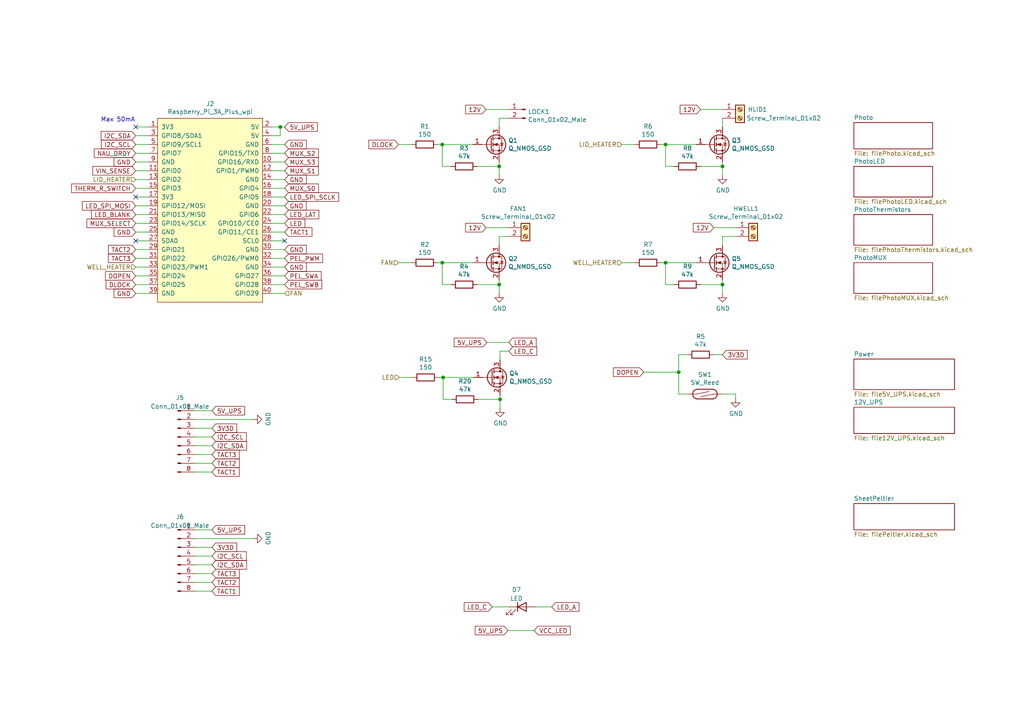
<source format=kicad_sch>
(kicad_sch (version 20211123) (generator eeschema)
  (paper "A4")
  (lib_symbols
    (symbol "Connector:Conn_01x02_Male" (pin_names (offset 1.016) hide)
      (property "Reference" "J" (at 0 2.54 0))
      (property "Value" "Conn_01x02_Male" (at 0 -5.08 0))
      (symbol "Conn_01x02_Male_1_1"
        (polyline (pts (xy 1.27 -2.54) (xy 0.8636 -2.54)) (stroke (width 0.1524)))
        (polyline (pts (xy 1.27 0) (xy 0.8636 0)) (stroke (width 0.1524)))
        (rectangle (start 0.8636 -2.413) (end 0 -2.667) (stroke (width 0.1524)) (fill (type outline)))
        (rectangle (start 0.8636 0.127) (end 0 -0.127) (stroke (width 0.1524)) (fill (type outline)))
        (pin passive line (at 5.08 0 180) (length 3.81) (name "Pin_1") (number "1"))
        (pin passive line (at 5.08 -2.54 180) (length 3.81) (name "Pin_2") (number "2"))
      )
    )
    (symbol "Connector:Conn_01x08_Male" (pin_names (offset 1.016) hide)
      (property "Reference" "J" (at 0 10.16 0))
      (property "Value" "Conn_01x08_Male" (at 0 -12.7 0))
      (symbol "Conn_01x08_Male_1_1"
        (polyline (pts (xy 1.27 -10.16) (xy 0.8636 -10.16)) (stroke (width 0.1524)))
        (polyline (pts (xy 1.27 -7.62) (xy 0.8636 -7.62)) (stroke (width 0.1524)))
        (polyline (pts (xy 1.27 -5.08) (xy 0.8636 -5.08)) (stroke (width 0.1524)))
        (polyline (pts (xy 1.27 -2.54) (xy 0.8636 -2.54)) (stroke (width 0.1524)))
        (polyline (pts (xy 1.27 0) (xy 0.8636 0)) (stroke (width 0.1524)))
        (polyline (pts (xy 1.27 2.54) (xy 0.8636 2.54)) (stroke (width 0.1524)))
        (polyline (pts (xy 1.27 5.08) (xy 0.8636 5.08)) (stroke (width 0.1524)))
        (polyline (pts (xy 1.27 7.62) (xy 0.8636 7.62)) (stroke (width 0.1524)))
        (rectangle (start 0.8636 -10.033) (end 0 -10.287) (stroke (width 0.1524)) (fill (type outline)))
        (rectangle (start 0.8636 -7.493) (end 0 -7.747) (stroke (width 0.1524)) (fill (type outline)))
        (rectangle (start 0.8636 -4.953) (end 0 -5.207) (stroke (width 0.1524)) (fill (type outline)))
        (rectangle (start 0.8636 -2.413) (end 0 -2.667) (stroke (width 0.1524)) (fill (type outline)))
        (rectangle (start 0.8636 0.127) (end 0 -0.127) (stroke (width 0.1524)) (fill (type outline)))
        (rectangle (start 0.8636 2.667) (end 0 2.413) (stroke (width 0.1524)) (fill (type outline)))
        (rectangle (start 0.8636 5.207) (end 0 4.953) (stroke (width 0.1524)) (fill (type outline)))
        (rectangle (start 0.8636 7.747) (end 0 7.493) (stroke (width 0.1524)) (fill (type outline)))
        (pin passive line (at 5.08 7.62 180) (length 3.81) (name "Pin_1") (number "1"))
        (pin passive line (at 5.08 5.08 180) (length 3.81) (name "Pin_2") (number "2"))
        (pin passive line (at 5.08 2.54 180) (length 3.81) (name "Pin_3") (number "3"))
        (pin passive line (at 5.08 0 180) (length 3.81) (name "Pin_4") (number "4"))
        (pin passive line (at 5.08 -2.54 180) (length 3.81) (name "Pin_5") (number "5"))
        (pin passive line (at 5.08 -5.08 180) (length 3.81) (name "Pin_6") (number "6"))
        (pin passive line (at 5.08 -7.62 180) (length 3.81) (name "Pin_7") (number "7"))
        (pin passive line (at 5.08 -10.16 180) (length 3.81) (name "Pin_8") (number "8"))
      )
    )
    (symbol "Connector:Screw_Terminal_01x02" (pin_names (offset 1.016) hide)
      (property "Reference" "J" (at 0 2.54 0))
      (property "Value" "Screw_Terminal_01x02" (at 0 -5.08 0))
      (symbol "Screw_Terminal_01x02_1_1"
        (rectangle (start -1.27 1.27) (end 1.27 -3.81) (stroke (width 0.254)) (fill (type background)))
        (circle (center 0 -2.54) (radius 0.635) (stroke (width 0.1524)))
        (polyline (pts (xy -0.5334 -2.2098) (xy 0.3302 -3.048)) (stroke (width 0.1524)))
        (polyline (pts (xy -0.5334 0.3302) (xy 0.3302 -0.508)) (stroke (width 0.1524)))
        (polyline (pts (xy -0.3556 -2.032) (xy 0.508 -2.8702)) (stroke (width 0.1524)))
        (polyline (pts (xy -0.3556 0.508) (xy 0.508 -0.3302)) (stroke (width 0.1524)))
        (circle (center 0 0) (radius 0.635) (stroke (width 0.1524)))
        (pin passive line (at -5.08 0 0) (length 3.81) (name "Pin_1") (number "1"))
        (pin passive line (at -5.08 -2.54 0) (length 3.81) (name "Pin_2") (number "2"))
      )
    )
    (symbol "Device:LED" (pin_numbers hide) (pin_names (offset 1.016) hide)
      (property "Reference" "D" (at 0 2.54 0))
      (property "Value" "LED" (at 0 -2.54 0))
      (symbol "LED_0_1"
        (polyline (pts (xy -1.27 -1.27) (xy -1.27 1.27)) (stroke (width 0.254)))
        (polyline (pts (xy -1.27 0) (xy 1.27 0)))
        (polyline (pts (xy 1.27 -1.27) (xy 1.27 1.27) (xy -1.27 0) (xy 1.27 -1.27)) (stroke (width 0.254)))
        (polyline (pts (xy -3.048 -0.762) (xy -4.572 -2.286) (xy -3.81 -2.286) (xy -4.572 -2.286) (xy -4.572 -1.524)))
        (polyline (pts (xy -1.778 -0.762) (xy -3.302 -2.286) (xy -2.54 -2.286) (xy -3.302 -2.286) (xy -3.302 -1.524)))
      )
      (symbol "LED_1_1"
        (pin passive line (at -3.81 0 0) (length 2.54) (name "K") (number "1"))
        (pin passive line (at 3.81 0 180) (length 2.54) (name "A") (number "2"))
      )
    )
    (symbol "Device:Q_NMOS_GSD" (pin_names (offset 0) hide)
      (property "Reference" "Q" (at 5.08 1.27 0))
      (property "Value" "Q_NMOS_GSD" (at 5.08 -1.27 0))
      (symbol "Q_NMOS_GSD_0_1"
        (polyline (pts (xy 0.254 0) (xy -2.54 0)))
        (polyline (pts (xy 0.254 1.905) (xy 0.254 -1.905)) (stroke (width 0.254)))
        (polyline (pts (xy 0.762 -1.27) (xy 0.762 -2.286)) (stroke (width 0.254)))
        (polyline (pts (xy 0.762 0.508) (xy 0.762 -0.508)) (stroke (width 0.254)))
        (polyline (pts (xy 0.762 2.286) (xy 0.762 1.27)) (stroke (width 0.254)))
        (polyline (pts (xy 2.54 2.54) (xy 2.54 1.778)))
        (polyline (pts (xy 2.54 -2.54) (xy 2.54 0) (xy 0.762 0)))
        (polyline (pts (xy 0.762 -1.778) (xy 3.302 -1.778) (xy 3.302 1.778) (xy 0.762 1.778)))
        (polyline (pts (xy 1.016 0) (xy 2.032 0.381) (xy 2.032 -0.381) (xy 1.016 0)) (fill (type outline)))
        (polyline (pts (xy 2.794 0.508) (xy 2.921 0.381) (xy 3.683 0.381) (xy 3.81 0.254)))
        (polyline (pts (xy 3.302 0.381) (xy 2.921 -0.254) (xy 3.683 -0.254) (xy 3.302 0.381)))
        (circle (center 1.651 0) (radius 2.794) (stroke (width 0.254)))
        (circle (center 2.54 -1.778) (radius 0.254) (fill (type outline)))
        (circle (center 2.54 1.778) (radius 0.254) (fill (type outline)))
      )
      (symbol "Q_NMOS_GSD_1_1"
        (pin input line (at -5.08 0 0) (length 2.54) (name "G") (number "1"))
        (pin passive line (at 2.54 -5.08 90) (length 2.54) (name "S") (number "2"))
        (pin passive line (at 2.54 5.08 270) (length 2.54) (name "D") (number "3"))
      )
    )
    (symbol "Device:R" (pin_numbers hide) (pin_names (offset 0))
      (property "Reference" "R" (at 2.032 0 90))
      (property "Value" "R" (at 0 0 90))
      (symbol "R_0_1"
        (rectangle (start -1.016 -2.54) (end 1.016 2.54) (stroke (width 0.254)))
      )
      (symbol "R_1_1"
        (pin passive line (at 0 3.81 270) (length 1.27) (name "~") (number "1"))
        (pin passive line (at 0 -3.81 90) (length 1.27) (name "~") (number "2"))
      )
    )
    (symbol "Ninja-qPCR:Raspberry_Pi_3A_Plus_wpi" (pin_names (offset 1.016))
      (property "Reference" "J" (at -11.43 -27.94 0))
      (property "Value" "Ninja-qPCR_Raspberry_Pi_3A_Plus_wpi" (at 0 -30.48 0))
      (symbol "Raspberry_Pi_3A_Plus_wpi_0_1"
        (rectangle (start 15.24 26.67) (end -15.24 -26.67) (fill (type background)))
      )
      (symbol "Raspberry_Pi_3A_Plus_wpi_1_1"
        (pin power_out line (at -17.78 24.13 0) (length 2.54) (name "3V3") (number "1"))
        (pin bidirectional line (at 17.78 13.97 180) (length 2.54) (name "GPIO16/RXD") (number "10"))
        (pin bidirectional line (at -17.78 11.43 0) (length 2.54) (name "GPIO0") (number "11"))
        (pin bidirectional line (at 17.78 11.43 180) (length 2.54) (name "GPIO1/PWM0") (number "12"))
        (pin bidirectional line (at -17.78 8.89 0) (length 2.54) (name "GPIO2") (number "13"))
        (pin power_out line (at 17.78 8.89 180) (length 2.54) (name "GND") (number "14"))
        (pin bidirectional line (at -17.78 6.35 0) (length 2.54) (name "GPIO3") (number "15"))
        (pin bidirectional line (at 17.78 6.35 180) (length 2.54) (name "GPIO4") (number "16"))
        (pin power_out line (at -17.78 3.81 0) (length 2.54) (name "3V3") (number "17"))
        (pin bidirectional line (at 17.78 3.81 180) (length 2.54) (name "GPIO5") (number "18"))
        (pin bidirectional line (at -17.78 1.27 0) (length 2.54) (name "GPIO12/MOSI") (number "19"))
        (pin power_out line (at 17.78 24.13 180) (length 2.54) (name "5V") (number "2"))
        (pin power_out line (at 17.78 1.27 180) (length 2.54) (name "GND") (number "20"))
        (pin bidirectional line (at -17.78 -1.27 0) (length 2.54) (name "GPIO13/MISO") (number "21"))
        (pin bidirectional line (at 17.78 -1.27 180) (length 2.54) (name "GPIO6") (number "22"))
        (pin bidirectional line (at -17.78 -3.81 0) (length 2.54) (name "GPIO14/SCLK") (number "23"))
        (pin bidirectional line (at 17.78 -3.81 180) (length 2.54) (name "GPIO10/CE0") (number "24"))
        (pin power_out line (at -17.78 -6.35 0) (length 2.54) (name "GND") (number "25"))
        (pin bidirectional line (at 17.78 -6.35 180) (length 2.54) (name "GPIO11/CE1") (number "26"))
        (pin bidirectional line (at -17.78 -8.89 0) (length 2.54) (name "SDA0") (number "27"))
        (pin bidirectional line (at 17.78 -8.89 180) (length 2.54) (name "SCL0") (number "28"))
        (pin bidirectional line (at -17.78 -11.43 0) (length 2.54) (name "GPIO21") (number "29"))
        (pin bidirectional line (at -17.78 21.59 0) (length 2.54) (name "GPIO8/SDA1") (number "3"))
        (pin power_out line (at 17.78 -11.43 180) (length 2.54) (name "GND") (number "30"))
        (pin bidirectional line (at -17.78 -13.97 0) (length 2.54) (name "GPIO22") (number "31"))
        (pin bidirectional line (at 17.78 -13.97 180) (length 2.54) (name "GPIO26/PWM0") (number "32"))
        (pin bidirectional line (at -17.78 -16.51 0) (length 2.54) (name "GPIO23/PWM1") (number "33"))
        (pin power_out line (at 17.78 -16.51 180) (length 2.54) (name "GND") (number "34"))
        (pin bidirectional line (at -17.78 -19.05 0) (length 2.54) (name "GPIO24") (number "35"))
        (pin bidirectional line (at 17.78 -19.05 180) (length 2.54) (name "GPIO27") (number "36"))
        (pin bidirectional line (at -17.78 -21.59 0) (length 2.54) (name "GPIO25") (number "37"))
        (pin bidirectional line (at 17.78 -21.59 180) (length 2.54) (name "GPIO28") (number "38"))
        (pin power_out line (at -17.78 -24.13 0) (length 2.54) (name "GND") (number "39"))
        (pin power_out line (at 17.78 21.59 180) (length 2.54) (name "5V") (number "4"))
        (pin bidirectional line (at 17.78 -24.13 180) (length 2.54) (name "GPIO29") (number "40"))
        (pin bidirectional line (at -17.78 19.05 0) (length 2.54) (name "GPIO9/SCL1") (number "5"))
        (pin power_out line (at 17.78 19.05 180) (length 2.54) (name "GND") (number "6"))
        (pin bidirectional line (at -17.78 16.51 0) (length 2.54) (name "GPIO7") (number "7"))
        (pin bidirectional line (at 17.78 16.51 180) (length 2.54) (name "GPIO15/TXD") (number "8"))
        (pin power_out line (at -17.78 13.97 0) (length 2.54) (name "GND") (number "9"))
      )
    )
    (symbol "Switch:SW_Reed" (pin_numbers hide) (pin_names (offset 0) hide)
      (property "Reference" "SW" (at 0 2.54 0))
      (property "Value" "SW_Reed" (at 0 -2.54 0))
      (symbol "SW_Reed_0_0"
        (arc (start -2.159 1.397) (mid -3.556 0) (end -2.159 -1.397) (stroke (width 0.254)))
        (polyline (pts (xy -2.54 0) (xy 1.27 0.762)))
        (polyline (pts (xy -2.159 -1.397) (xy 2.286 -1.397)) (stroke (width 0.254)))
        (polyline (pts (xy 2.159 1.397) (xy -2.159 1.397)) (stroke (width 0.254)))
        (polyline (pts (xy 2.54 0) (xy -1.27 -0.762)))
        (arc (start 2.159 -1.397) (mid 3.556 0) (end 2.159 1.397) (stroke (width 0.254)))
      )
      (symbol "SW_Reed_1_1"
        (pin passive line (at -5.08 0 0) (length 2.54) (name "1") (number "1"))
        (pin passive line (at 5.08 0 180) (length 2.54) (name "2") (number "2"))
      )
    )
    (symbol "power:GND" (power) (pin_names (offset 0))
      (property "Value" "GND" (at 0 -3.81 0))
      (symbol "GND_0_1"
        (polyline (pts (xy 0 0) (xy 0 -1.27) (xy 1.27 -1.27) (xy 0 -2.54) (xy -1.27 -1.27) (xy 0 -1.27)))
      )
      (symbol "GND_1_1"
        (pin power_in line (at 0 0 270) (length 0) hide (name "GND") (number "1"))
      )
    )
  )
  (junction (at 193.04 41.91))
  (junction (at 144.78 48.26))
  (junction (at 144.78 82.55))
  (junction (at 209.55 82.55))
  (junction (at 128.524 109.474))
  (junction (at 128.27 41.91))
  (junction (at 209.55 48.26))
  (junction (at 81.28 36.83))
  (junction (at 196.85 107.95))
  (junction (at 128.27 76.2))
  (junction (at 145.034 115.824))
  (junction (at 193.04 76.2))
  (no_connect (at 39.37 36.83))
  (no_connect (at 82.55 69.85))
  (no_connect (at 39.37 57.15))
  (no_connect (at 39.37 69.85))
  (wire (pts (xy 56.642 136.906) (xy 61.468 136.906)))
  (wire (pts (xy 213.36 114.3) (xy 213.36 115.57)))
  (wire (pts (xy 56.642 129.286) (xy 61.468 129.286)))
  (wire (pts (xy 39.37 67.31) (xy 43.18 67.31)))
  (wire (pts (xy 203.2 48.26) (xy 209.55 48.26)))
  (wire (pts (xy 193.04 76.2) (xy 191.77 76.2)))
  (wire (pts (xy 209.55 114.3) (xy 213.36 114.3)))
  (wire (pts (xy 43.18 62.23) (xy 39.37 62.23)))
  (wire (pts (xy 196.85 114.3) (xy 199.39 114.3)))
  (wire (pts (xy 193.04 48.26) (xy 193.04 41.91)))
  (wire (pts (xy 82.55 72.39) (xy 78.74 72.39)))
  (wire (pts (xy 140.97 31.75) (xy 147.32 31.75)))
  (wire (pts (xy 213.36 68.58) (xy 209.55 68.58)))
  (wire (pts (xy 78.74 39.37) (xy 81.28 39.37)))
  (wire (pts (xy 207.01 66.04) (xy 213.36 66.04)))
  (wire (pts (xy 82.55 69.85) (xy 78.74 69.85)))
  (wire (pts (xy 128.27 76.2) (xy 127 76.2)))
  (wire (pts (xy 193.04 82.55) (xy 193.04 76.2)))
  (wire (pts (xy 201.93 41.91) (xy 193.04 41.91)))
  (wire (pts (xy 56.642 166.37) (xy 61.468 166.37)))
  (wire (pts (xy 144.78 85.09) (xy 144.78 82.55)))
  (wire (pts (xy 144.78 50.8) (xy 144.78 48.26)))
  (wire (pts (xy 199.39 102.87) (xy 196.85 102.87)))
  (wire (pts (xy 78.74 46.99) (xy 82.55 46.99)))
  (wire (pts (xy 56.642 163.83) (xy 61.468 163.83)))
  (wire (pts (xy 137.16 76.2) (xy 128.27 76.2)))
  (wire (pts (xy 39.37 82.55) (xy 43.18 82.55)))
  (wire (pts (xy 82.55 44.45) (xy 78.74 44.45)))
  (wire (pts (xy 82.55 64.77) (xy 78.74 64.77)))
  (wire (pts (xy 82.55 57.15) (xy 78.74 57.15)))
  (wire (pts (xy 203.2 82.55) (xy 209.55 82.55)))
  (wire (pts (xy 39.37 44.45) (xy 43.18 44.45)))
  (wire (pts (xy 138.684 115.824) (xy 145.034 115.824)))
  (wire (pts (xy 56.642 131.826) (xy 61.468 131.826)))
  (wire (pts (xy 43.18 64.77) (xy 39.37 64.77)))
  (wire (pts (xy 39.37 36.83) (xy 43.18 36.83)))
  (wire (pts (xy 195.58 82.55) (xy 193.04 82.55)))
  (wire (pts (xy 209.55 85.09) (xy 209.55 82.55)))
  (wire (pts (xy 115.824 109.474) (xy 119.634 109.474)))
  (wire (pts (xy 56.642 153.67) (xy 61.468 153.67)))
  (wire (pts (xy 180.34 76.2) (xy 184.15 76.2)))
  (wire (pts (xy 43.18 41.91) (xy 39.37 41.91)))
  (wire (pts (xy 196.85 102.87) (xy 196.85 107.95)))
  (wire (pts (xy 39.37 39.37) (xy 43.18 39.37)))
  (wire (pts (xy 43.18 74.93) (xy 39.37 74.93)))
  (wire (pts (xy 78.74 67.31) (xy 82.55 67.31)))
  (wire (pts (xy 144.78 68.58) (xy 144.78 71.12)))
  (wire (pts (xy 141.224 99.314) (xy 147.574 99.314)))
  (wire (pts (xy 43.18 72.39) (xy 39.37 72.39)))
  (wire (pts (xy 209.55 102.87) (xy 207.01 102.87)))
  (wire (pts (xy 39.37 46.99) (xy 43.18 46.99)))
  (wire (pts (xy 82.55 54.61) (xy 78.74 54.61)))
  (wire (pts (xy 56.642 158.75) (xy 61.468 158.75)))
  (wire (pts (xy 56.642 119.126) (xy 61.468 119.126)))
  (wire (pts (xy 131.064 115.824) (xy 128.524 115.824)))
  (wire (pts (xy 82.55 62.23) (xy 78.74 62.23)))
  (wire (pts (xy 196.85 107.95) (xy 196.85 114.3)))
  (wire (pts (xy 39.37 80.01) (xy 43.18 80.01)))
  (wire (pts (xy 140.97 66.04) (xy 147.32 66.04)))
  (wire (pts (xy 43.18 54.61) (xy 39.37 54.61)))
  (wire (pts (xy 81.28 39.37) (xy 81.28 36.83)))
  (wire (pts (xy 138.43 82.55) (xy 144.78 82.55)))
  (wire (pts (xy 56.642 156.21) (xy 73.406 156.21)))
  (wire (pts (xy 201.93 76.2) (xy 193.04 76.2)))
  (wire (pts (xy 209.55 82.55) (xy 209.55 81.28)))
  (wire (pts (xy 130.81 48.26) (xy 128.27 48.26)))
  (wire (pts (xy 56.642 121.666) (xy 73.406 121.666)))
  (wire (pts (xy 144.78 48.26) (xy 144.78 46.99)))
  (wire (pts (xy 209.55 68.58) (xy 209.55 71.12)))
  (wire (pts (xy 78.74 36.83) (xy 81.28 36.83)))
  (wire (pts (xy 138.43 48.26) (xy 144.78 48.26)))
  (wire (pts (xy 82.55 77.47) (xy 78.74 77.47)))
  (wire (pts (xy 147.32 34.29) (xy 144.78 34.29)))
  (wire (pts (xy 147.32 182.88) (xy 154.94 182.88)))
  (wire (pts (xy 78.74 41.91) (xy 82.55 41.91)))
  (wire (pts (xy 145.034 101.854) (xy 145.034 104.394)))
  (wire (pts (xy 82.55 80.01) (xy 78.74 80.01)))
  (wire (pts (xy 39.37 69.85) (xy 43.18 69.85)))
  (wire (pts (xy 128.27 48.26) (xy 128.27 41.91)))
  (wire (pts (xy 56.642 134.366) (xy 61.468 134.366)))
  (wire (pts (xy 130.81 82.55) (xy 128.27 82.55)))
  (wire (pts (xy 82.55 49.53) (xy 78.74 49.53)))
  (wire (pts (xy 82.55 74.93) (xy 78.74 74.93)))
  (wire (pts (xy 82.55 82.55) (xy 78.74 82.55)))
  (wire (pts (xy 145.034 118.364) (xy 145.034 115.824)))
  (wire (pts (xy 147.32 68.58) (xy 144.78 68.58)))
  (wire (pts (xy 56.642 126.746) (xy 61.468 126.746)))
  (wire (pts (xy 128.27 82.55) (xy 128.27 76.2)))
  (wire (pts (xy 56.642 124.206) (xy 61.468 124.206)))
  (wire (pts (xy 81.28 36.83) (xy 82.55 36.83)))
  (wire (pts (xy 147.574 101.854) (xy 145.034 101.854)))
  (wire (pts (xy 56.642 171.45) (xy 61.468 171.45)))
  (wire (pts (xy 155.194 176.022) (xy 160.02 176.022)))
  (wire (pts (xy 137.16 41.91) (xy 128.27 41.91)))
  (wire (pts (xy 56.642 168.91) (xy 61.468 168.91)))
  (wire (pts (xy 39.37 57.15) (xy 43.18 57.15)))
  (wire (pts (xy 186.69 107.95) (xy 196.85 107.95)))
  (wire (pts (xy 128.524 115.824) (xy 128.524 109.474)))
  (wire (pts (xy 115.57 76.2) (xy 119.38 76.2)))
  (wire (pts (xy 43.18 59.69) (xy 39.37 59.69)))
  (wire (pts (xy 137.414 109.474) (xy 128.524 109.474)))
  (wire (pts (xy 39.37 52.07) (xy 43.18 52.07)))
  (wire (pts (xy 82.55 59.69) (xy 78.74 59.69)))
  (wire (pts (xy 180.34 41.91) (xy 184.15 41.91)))
  (wire (pts (xy 145.034 115.824) (xy 145.034 114.554)))
  (wire (pts (xy 56.642 161.29) (xy 61.468 161.29)))
  (wire (pts (xy 144.78 82.55) (xy 144.78 81.28)))
  (wire (pts (xy 209.55 48.26) (xy 209.55 46.99)))
  (wire (pts (xy 39.37 77.47) (xy 43.18 77.47)))
  (wire (pts (xy 82.55 52.07) (xy 78.74 52.07)))
  (wire (pts (xy 39.37 49.53) (xy 43.18 49.53)))
  (wire (pts (xy 128.524 109.474) (xy 127.254 109.474)))
  (wire (pts (xy 193.04 41.91) (xy 191.77 41.91)))
  (wire (pts (xy 209.55 34.29) (xy 209.55 36.83)))
  (wire (pts (xy 209.55 50.8) (xy 209.55 48.26)))
  (wire (pts (xy 119.38 41.91) (xy 115.57 41.91)))
  (wire (pts (xy 144.78 34.29) (xy 144.78 36.83)))
  (wire (pts (xy 39.37 85.09) (xy 43.18 85.09)))
  (wire (pts (xy 82.55 85.09) (xy 78.74 85.09)))
  (wire (pts (xy 128.27 41.91) (xy 127 41.91)))
  (wire (pts (xy 147.574 176.022) (xy 142.748 176.022)))
  (wire (pts (xy 195.58 48.26) (xy 193.04 48.26)))
  (wire (pts (xy 203.2 31.75) (xy 209.55 31.75)))
  (text "Max 50mA" (at 29.21 35.56 0) (effects (font (size 1.27 1.27)) (justify left bottom)))
  (global_label "MUX_S3" (shape input) (at 82.55 46.99 0) (property "Intersheet References" "${INTERSHEET_REFS}" (effects hide)))
  (global_label "GND" (shape input) (at 82.55 41.91 0) (property "Intersheet References" "${INTERSHEET_REFS}" (effects hide)))
  (global_label "TACT1" (shape input) (at 61.468 171.45 0) (property "Intersheet References" "${INTERSHEET_REFS}" (effects hide)))
  (global_label "LED" (shape input) (at 82.55 64.77 0) (property "Intersheet References" "${INTERSHEET_REFS}" (effects hide)))
  (global_label "I2C_SDA" (shape input) (at 39.37 39.37 180) (property "Intersheet References" "${INTERSHEET_REFS}" (effects hide)))
  (global_label "LED_A" (shape input) (at 160.02 176.022 0) (property "Intersheet References" "${INTERSHEET_REFS}" (effects hide)))
  (global_label "DOPEN" (shape input) (at 39.37 80.01 180) (property "Intersheet References" "${INTERSHEET_REFS}" (effects hide)))
  (global_label "GND" (shape input) (at 39.37 67.31 180) (property "Intersheet References" "${INTERSHEET_REFS}" (effects hide)))
  (global_label "3V3D" (shape input) (at 209.55 102.87 0) (property "Intersheet References" "${INTERSHEET_REFS}" (effects hide)))
  (global_label "DOPEN" (shape input) (at 186.69 107.95 180) (property "Intersheet References" "${INTERSHEET_REFS}" (effects hide)))
  (global_label "LED_A" (shape input) (at 147.574 99.314 0) (property "Intersheet References" "${INTERSHEET_REFS}" (effects hide)))
  (global_label "LED_C" (shape input) (at 142.748 176.022 180) (property "Intersheet References" "${INTERSHEET_REFS}" (effects hide)))
  (global_label "TACT2" (shape input) (at 61.468 168.91 0) (property "Intersheet References" "${INTERSHEET_REFS}" (effects hide)))
  (global_label "PEL_PWM" (shape input) (at 82.55 74.93 0) (property "Intersheet References" "${INTERSHEET_REFS}" (effects hide)))
  (global_label "DLOCK" (shape input) (at 115.57 41.91 180) (property "Intersheet References" "${INTERSHEET_REFS}" (effects hide)))
  (global_label "5V_UPS" (shape input) (at 61.468 153.67 0) (property "Intersheet References" "${INTERSHEET_REFS}" (effects hide)))
  (global_label "I2C_SDA" (shape input) (at 61.468 163.83 0) (property "Intersheet References" "${INTERSHEET_REFS}" (effects hide)))
  (global_label "5V_UPS" (shape input) (at 61.468 119.126 0) (property "Intersheet References" "${INTERSHEET_REFS}" (effects hide)))
  (global_label "THERM_R_SWITCH" (shape input) (at 39.37 54.61 180) (property "Intersheet References" "${INTERSHEET_REFS}" (effects hide)))
  (global_label "TACT2" (shape input) (at 39.37 72.39 180) (property "Intersheet References" "${INTERSHEET_REFS}" (effects hide)))
  (global_label "PEL_SWA" (shape input) (at 82.55 80.01 0) (property "Intersheet References" "${INTERSHEET_REFS}" (effects hide)))
  (global_label "DLOCK" (shape input) (at 39.37 82.55 180) (property "Intersheet References" "${INTERSHEET_REFS}" (effects hide)))
  (global_label "MUX_S1" (shape input) (at 82.55 49.53 0) (property "Intersheet References" "${INTERSHEET_REFS}" (effects hide)))
  (global_label "TACT3" (shape input) (at 61.468 166.37 0) (property "Intersheet References" "${INTERSHEET_REFS}" (effects hide)))
  (global_label "TACT3" (shape input) (at 61.468 131.826 0) (property "Intersheet References" "${INTERSHEET_REFS}" (effects hide)))
  (global_label "12V" (shape input) (at 207.01 66.04 180) (property "Intersheet References" "${INTERSHEET_REFS}" (effects hide)))
  (global_label "5V_UPS" (shape input) (at 147.32 182.88 180) (property "Intersheet References" "${INTERSHEET_REFS}" (effects hide)))
  (global_label "NAU_DRDY" (shape input) (at 39.37 44.45 180) (property "Intersheet References" "${INTERSHEET_REFS}" (effects hide)))
  (global_label "12V" (shape input) (at 140.97 66.04 180) (property "Intersheet References" "${INTERSHEET_REFS}" (effects hide)))
  (global_label "LED_BLANK" (shape input) (at 39.37 62.23 180) (property "Intersheet References" "${INTERSHEET_REFS}" (effects hide)))
  (global_label "I2C_SCL" (shape input) (at 39.37 41.91 180) (property "Intersheet References" "${INTERSHEET_REFS}" (effects hide)))
  (global_label "GND" (shape input) (at 82.55 59.69 0) (property "Intersheet References" "${INTERSHEET_REFS}" (effects hide)))
  (global_label "3V3D" (shape input) (at 61.468 124.206 0) (property "Intersheet References" "${INTERSHEET_REFS}" (effects hide)))
  (global_label "LED_C" (shape input) (at 147.574 101.854 0) (property "Intersheet References" "${INTERSHEET_REFS}" (effects hide)))
  (global_label "GND" (shape input) (at 82.55 77.47 0) (property "Intersheet References" "${INTERSHEET_REFS}" (effects hide)))
  (global_label "12V" (shape input) (at 203.2 31.75 180) (property "Intersheet References" "${INTERSHEET_REFS}" (effects hide)))
  (global_label "MUX_S0" (shape input) (at 82.55 54.61 0) (property "Intersheet References" "${INTERSHEET_REFS}" (effects hide)))
  (global_label "3V3D" (shape input) (at 61.468 158.75 0) (property "Intersheet References" "${INTERSHEET_REFS}" (effects hide)))
  (global_label "TACT1" (shape input) (at 82.55 67.31 0) (property "Intersheet References" "${INTERSHEET_REFS}" (effects hide)))
  (global_label "TACT2" (shape input) (at 61.468 134.366 0) (property "Intersheet References" "${INTERSHEET_REFS}" (effects hide)))
  (global_label "LED_SPI_MOSI" (shape input) (at 39.37 59.69 180) (property "Intersheet References" "${INTERSHEET_REFS}" (effects hide)))
  (global_label "MUX_SELECT" (shape input) (at 39.37 64.77 180) (property "Intersheet References" "${INTERSHEET_REFS}" (effects hide)))
  (global_label "GND" (shape input) (at 82.55 72.39 0) (property "Intersheet References" "${INTERSHEET_REFS}" (effects hide)))
  (global_label "VIN_SENSE" (shape input) (at 39.37 49.53 180) (property "Intersheet References" "${INTERSHEET_REFS}" (effects hide)))
  (global_label "TACT3" (shape input) (at 39.37 74.93 180) (property "Intersheet References" "${INTERSHEET_REFS}" (effects hide)))
  (global_label "PEL_SWB" (shape input) (at 82.55 82.55 0) (property "Intersheet References" "${INTERSHEET_REFS}" (effects hide)))
  (global_label "LED_LAT" (shape input) (at 82.55 62.23 0) (property "Intersheet References" "${INTERSHEET_REFS}" (effects hide)))
  (global_label "GND" (shape input) (at 39.37 85.09 180) (property "Intersheet References" "${INTERSHEET_REFS}" (effects hide)))
  (global_label "MUX_S2" (shape input) (at 82.55 44.45 0) (property "Intersheet References" "${INTERSHEET_REFS}" (effects hide)))
  (global_label "5V_UPS" (shape input) (at 82.55 36.83 0) (property "Intersheet References" "${INTERSHEET_REFS}" (effects hide)))
  (global_label "I2C_SCL" (shape input) (at 61.468 161.29 0) (property "Intersheet References" "${INTERSHEET_REFS}" (effects hide)))
  (global_label "VCC_LED" (shape input) (at 154.94 182.88 0) (property "Intersheet References" "${INTERSHEET_REFS}" (effects hide)))
  (global_label "LED_SPI_SCLK" (shape input) (at 82.55 57.15 0) (property "Intersheet References" "${INTERSHEET_REFS}" (effects hide)))
  (global_label "12V" (shape input) (at 140.97 31.75 180) (property "Intersheet References" "${INTERSHEET_REFS}" (effects hide)))
  (global_label "5V_UPS" (shape input) (at 141.224 99.314 180) (property "Intersheet References" "${INTERSHEET_REFS}" (effects hide)))
  (global_label "GND" (shape input) (at 39.37 46.99 180) (property "Intersheet References" "${INTERSHEET_REFS}" (effects hide)))
  (global_label "I2C_SCL" (shape input) (at 61.468 126.746 0) (property "Intersheet References" "${INTERSHEET_REFS}" (effects hide)))
  (global_label "TACT1" (shape input) (at 61.468 136.906 0) (property "Intersheet References" "${INTERSHEET_REFS}" (effects hide)))
  (global_label "I2C_SDA" (shape input) (at 61.468 129.286 0) (property "Intersheet References" "${INTERSHEET_REFS}" (effects hide)))
  (global_label "GND" (shape input) (at 82.55 52.07 0) (property "Intersheet References" "${INTERSHEET_REFS}" (effects hide)))
  (hierarchical_label "WELL_HEATER" (shape input) (at 39.37 77.47 180))
  (hierarchical_label "LED" (shape input) (at 115.824 109.474 180))
  (hierarchical_label "FAN" (shape input) (at 115.57 76.2 180))
  (hierarchical_label "LID_HEATER" (shape input) (at 180.34 41.91 180))
  (hierarchical_label "LID_HEATER" (shape input) (at 39.37 52.07 180))
  (hierarchical_label "FAN" (shape input) (at 82.55 85.09 0))
  (hierarchical_label "WELL_HEATER" (shape input) (at 180.34 76.2 180))
  (symbol (lib_id "Ninja-qPCR:Raspberry_Pi_3A_Plus_wpi") (at 60.96 60.96 0) (unit 1)
    (property "Reference" "J2" (at 60.96 30.099 0))
    (property "Value" "Raspberry_Pi_3A_Plus_wpi" (at 60.96 32.4104 0))
    (property "Footprint" "Ninja-qPCR:Raspberry_Pi_3A+_3B+_4B_Zero_FaceDown_HDMI-R-NOSILK" (effects hide))
  )
  (symbol (lib_id "Device:R") (at 199.39 48.26 270) (unit 1)
    (property "Reference" "R8" (at 199.39 43.0022 90))
    (property "Value" "47k" (at 199.39 45.3136 90))
    (property "Footprint" "Resistor_SMD:R_0603_1608Metric" (effects hide))
  )
  (symbol (lib_id "Device:R") (at 187.96 41.91 270) (unit 1)
    (property "Reference" "R6" (at 187.96 36.6522 90))
    (property "Value" "150" (at 187.96 38.9636 90))
    (property "Footprint" "Resistor_SMD:R_0603_1608Metric" (effects hide))
  )
  (symbol (lib_id "power:GND") (at 209.55 50.8 0) (unit 1)
    (property "Reference" "#PWR05" (effects hide))
    (property "Value" "GND" (at 209.677 55.1942 0))
  )
  (symbol (lib_id "Device:Q_NMOS_GSD") (at 207.01 41.91 0) (unit 1)
    (property "Reference" "Q3" (at 212.1916 40.7416 0) (effects (justify left)))
    (property "Value" "Q_NMOS_GSD" (at 212.1916 43.053 0) (effects (justify left)))
    (property "Footprint" "Ninja-qPCR:SOT95P240X112-3N" (effects hide))
  )
  (symbol (lib_id "Device:R") (at 199.39 82.55 270) (unit 1)
    (property "Reference" "R9" (at 199.39 77.2922 90))
    (property "Value" "47k" (at 199.39 79.6036 90))
    (property "Footprint" "Resistor_SMD:R_0603_1608Metric" (effects hide))
  )
  (symbol (lib_id "Device:R") (at 187.96 76.2 270) (unit 1)
    (property "Reference" "R7" (at 187.96 70.9422 90))
    (property "Value" "150" (at 187.96 73.2536 90))
    (property "Footprint" "Resistor_SMD:R_0603_1608Metric" (effects hide))
  )
  (symbol (lib_id "power:GND") (at 209.55 85.09 0) (unit 1)
    (property "Reference" "#PWR07" (effects hide))
    (property "Value" "GND" (at 209.677 89.4842 0))
  )
  (symbol (lib_id "Device:Q_NMOS_GSD") (at 207.01 76.2 0) (unit 1)
    (property "Reference" "Q5" (at 212.1916 75.0316 0) (effects (justify left)))
    (property "Value" "Q_NMOS_GSD" (at 212.1916 77.343 0) (effects (justify left)))
    (property "Footprint" "Ninja-qPCR:SOT95P240X112-3N" (effects hide))
  )
  (symbol (lib_id "Device:R") (at 134.62 82.55 270) (unit 1)
    (property "Reference" "R4" (at 134.62 77.2922 90))
    (property "Value" "47k" (at 134.62 79.6036 90))
    (property "Footprint" "Resistor_SMD:R_0603_1608Metric" (effects hide))
  )
  (symbol (lib_id "Device:R") (at 123.19 76.2 270) (unit 1)
    (property "Reference" "R2" (at 123.19 70.9422 90))
    (property "Value" "150" (at 123.19 73.2536 90))
    (property "Footprint" "Resistor_SMD:R_0603_1608Metric" (effects hide))
  )
  (symbol (lib_id "power:GND") (at 144.78 85.09 0) (unit 1)
    (property "Reference" "#PWR03" (effects hide))
    (property "Value" "GND" (at 144.907 89.4842 0))
  )
  (symbol (lib_id "Device:Q_NMOS_GSD") (at 142.24 76.2 0) (unit 1)
    (property "Reference" "Q2" (at 147.4216 75.0316 0) (effects (justify left)))
    (property "Value" "Q_NMOS_GSD" (at 147.4216 77.343 0) (effects (justify left)))
    (property "Footprint" "Ninja-qPCR:SOT95P240X112-3N" (effects hide))
  )
  (symbol (lib_id "Connector:Screw_Terminal_01x02") (at 218.44 66.04 0) (unit 1)
    (property "Reference" "HWELL1" (at 216.3572 60.5282 0))
    (property "Value" "Screw_Terminal_01x02" (at 216.3572 62.8396 0))
    (property "Footprint" "Ninja-qPCR:TB_SeeedOPL_320110028" (effects hide))
  )
  (symbol (lib_id "Connector:Screw_Terminal_01x02") (at 152.4 66.04 0) (unit 1)
    (property "Reference" "FAN1" (at 150.3172 60.5282 0))
    (property "Value" "Screw_Terminal_01x02" (at 150.3172 62.8396 0))
    (property "Footprint" "Ninja-qPCR:TB_SeeedOPL_320110028" (effects hide))
  )
  (symbol (lib_id "Connector:Screw_Terminal_01x02") (at 214.63 31.75 0) (unit 1)
    (property "Reference" "HLID1" (at 219.71 31.75 0))
    (property "Value" "Screw_Terminal_01x02" (at 227.33 34.29 0))
    (property "Footprint" "Ninja-qPCR:TB_SeeedOPL_320110028" (effects hide))
  )
  (symbol (lib_id "Device:R") (at 134.62 48.26 270) (unit 1)
    (property "Reference" "R3" (at 134.62 43.0022 90))
    (property "Value" "47k" (at 134.62 45.3136 90))
    (property "Footprint" "Resistor_SMD:R_0603_1608Metric" (effects hide))
  )
  (symbol (lib_id "Device:R") (at 123.19 41.91 270) (unit 1)
    (property "Reference" "R1" (at 123.19 36.6522 90))
    (property "Value" "150" (at 123.19 38.9636 90))
    (property "Footprint" "Resistor_SMD:R_0603_1608Metric" (effects hide))
  )
  (symbol (lib_id "power:GND") (at 144.78 50.8 0) (unit 1)
    (property "Reference" "#PWR02" (effects hide))
    (property "Value" "GND" (at 144.907 55.1942 0))
  )
  (symbol (lib_id "Device:Q_NMOS_GSD") (at 142.24 41.91 0) (unit 1)
    (property "Reference" "Q1" (at 147.4216 40.7416 0) (effects (justify left)))
    (property "Value" "Q_NMOS_GSD" (at 147.4216 43.053 0) (effects (justify left)))
    (property "Footprint" "Ninja-qPCR:SOT95P240X112-3N" (effects hide))
  )
  (symbol (lib_id "Device:R") (at 203.2 102.87 270) (unit 1)
    (property "Reference" "R5" (at 203.2 97.6122 90))
    (property "Value" "47k" (at 203.2 99.9236 90))
    (property "Footprint" "Resistor_SMD:R_0603_1608Metric" (effects hide))
  )
  (symbol (lib_id "Switch:SW_Reed") (at 204.47 114.3 0) (unit 1)
    (property "Reference" "SW1" (at 204.47 108.6612 0))
    (property "Value" "SW_Reed" (at 204.47 110.9726 0))
    (property "Footprint" "Connector_PinHeader_2.54mm:PinHeader_1x02_P2.54mm_Vertical" (effects hide))
  )
  (symbol (lib_id "power:GND") (at 213.36 115.57 0) (unit 1)
    (property "Reference" "#PWR04" (effects hide))
    (property "Value" "GND" (at 213.487 119.9642 0))
  )
  (symbol (lib_id "Connector:Conn_01x02_Male") (at 152.4 31.75 0) (mirror y) (unit 1)
    (property "Reference" "LOCK1" (at 153.1112 32.4104 0) (effects (justify right)))
    (property "Value" "Conn_01x02_Male" (at 153.1112 34.7218 0) (effects (justify right)))
    (property "Footprint" "Ninja-qPCR:TB_SeeedOPL_320110028" (effects hide))
  )
  (symbol (lib_id "power:GND") (at 73.406 121.666 90) (unit 1)
    (property "Reference" "#PWR0111" (effects hide))
    (property "Value" "GND" (at 77.8002 121.539 0))
  )
  (symbol (lib_id "power:GND") (at 145.034 118.364 0) (unit 1)
    (property "Reference" "#PWR0131" (effects hide))
    (property "Value" "GND" (at 145.161 122.7582 0))
  )
  (symbol (lib_id "Device:Q_NMOS_GSD") (at 142.494 109.474 0) (unit 1)
    (property "Reference" "Q4" (at 147.6756 108.3056 0) (effects (justify left)))
    (property "Value" "Q_NMOS_GSD" (at 147.6756 110.617 0) (effects (justify left)))
    (property "Footprint" "Ninja-qPCR:SOT95P240X112-3N" (effects hide))
  )
  (symbol (lib_id "Device:LED") (at 151.384 176.022 0) (unit 1)
    (property "Reference" "D7" (at 149.7965 171.0522 0))
    (property "Value" "LED" (at 149.7965 173.5891 0))
    (property "Footprint" "LED_THT:LED_D8.0mm" (effects hide))
  )
  (symbol (lib_id "Device:R") (at 123.444 109.474 270) (unit 1)
    (property "Reference" "R15" (at 123.444 104.2162 90))
    (property "Value" "150" (at 123.444 106.5276 90))
    (property "Footprint" "Resistor_SMD:R_0603_1608Metric" (effects hide))
  )
  (symbol (lib_id "Connector:Conn_01x08_Male") (at 51.562 126.746 0) (unit 1)
    (property "Reference" "J5" (at 52.197 115.35 0))
    (property "Value" "Conn_01x08_Male" (at 52.197 117.8869 0))
    (property "Footprint" "Connector_PinHeader_2.54mm:PinHeader_1x08_P2.54mm_Horizontal" (effects hide))
  )
  (symbol (lib_id "power:GND") (at 73.406 156.21 90) (unit 1)
    (property "Reference" "#PWR0132" (effects hide))
    (property "Value" "GND" (at 77.8002 156.083 0))
  )
  (symbol (lib_id "Device:R") (at 134.874 115.824 270) (unit 1)
    (property "Reference" "R20" (at 134.874 110.5662 90))
    (property "Value" "47k" (at 134.874 112.8776 90))
    (property "Footprint" "Resistor_SMD:R_0603_1608Metric" (effects hide))
  )
  (symbol (lib_id "Connector:Conn_01x08_Male") (at 51.562 161.29 0) (unit 1)
    (property "Reference" "J6" (at 52.197 149.894 0))
    (property "Value" "Conn_01x08_Male" (at 52.197 152.4309 0))
    (property "Footprint" "Connector_PinHeader_2.54mm:PinHeader_2x04_P2.54mm_Horizontal" (effects hide))
  )
  (sheet (at 247.65 104.14) (size 29.21 8.89)
    (property "Sheet name" "Power" (at 247.65 103.4284 0) (effects (justify left bottom)))
    (property "Sheet file" "file5V_UPS.kicad_sch" (at 247.65 113.6146 0) (effects (justify left top)))
  )
  (sheet (at 247.65 35.56) (size 22.86 7.62)
    (property "Sheet name" "Photo" (at 247.65 34.8484 0) (effects (justify left bottom)))
    (property "Sheet file" "filePhoto.kicad_sch" (at 247.65 43.7646 0) (effects (justify left top)))
  )
  (sheet (at 247.65 48.26) (size 22.86 8.89)
    (property "Sheet name" "PhotoLED" (at 247.65 47.5484 0) (effects (justify left bottom)))
    (property "Sheet file" "filePhotoLED.kicad_sch" (at 247.65 57.7346 0) (effects (justify left top)))
  )
  (sheet (at 247.65 62.23) (size 22.86 8.89)
    (property "Sheet name" "PhotoThermistors" (at 247.65 61.5184 0) (effects (justify left bottom)))
    (property "Sheet file" "filePhotoThermistors.kicad_sch" (at 247.65 71.7046 0) (effects (justify left top)))
  )
  (sheet (at 247.65 118.11) (size 29.21 7.62)
    (property "Sheet name" "12V_UPS" (at 247.65 117.3984 0) (effects (justify left bottom)))
    (property "Sheet file" "file12V_UPS.kicad_sch" (at 247.65 126.3146 0) (effects (justify left top)))
  )
  (sheet (at 247.65 76.2) (size 22.86 8.89)
    (property "Sheet name" "PhotoMUX" (at 247.65 75.4884 0) (effects (justify left bottom)))
    (property "Sheet file" "filePhotoMUX.kicad_sch" (at 247.65 85.6746 0) (effects (justify left top)))
  )
  (sheet (at 247.65 146.05) (size 29.21 7.62)
    (property "Sheet name" "SheetPeltier" (at 247.65 145.3384 0) (effects (justify left bottom)))
    (property "Sheet file" "filePeltier.kicad_sch" (at 247.65 154.2546 0) (effects (justify left top)))
  )
)
</source>
